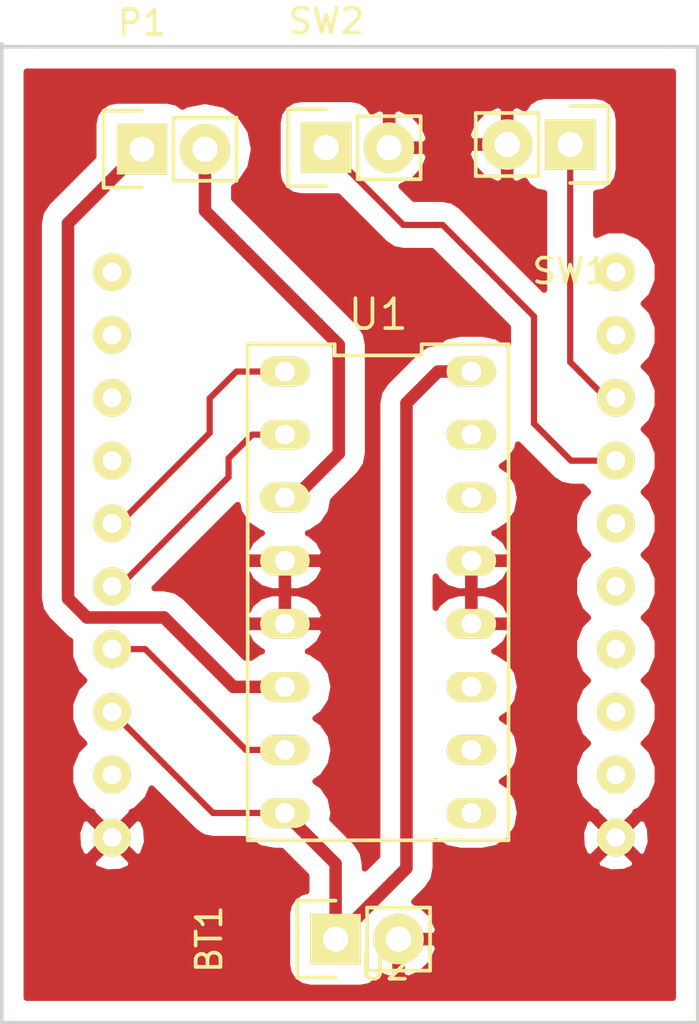
<source format=kicad_pcb>
(kicad_pcb (version 4) (host pcbnew 4.0.2+dfsg1-stable)

  (general
    (links 18)
    (no_connects 0)
    (area 110.414213 76.5155 139.394001 118.058001)
    (thickness 1.6)
    (drawings 11)
    (tracks 44)
    (zones 0)
    (modules 6)
    (nets 27)
  )

  (page A4)
  (layers
    (0 F.Cu signal)
    (31 B.Cu signal)
    (32 B.Adhes user)
    (33 F.Adhes user)
    (34 B.Paste user)
    (35 F.Paste user)
    (36 B.SilkS user)
    (37 F.SilkS user)
    (38 B.Mask user)
    (39 F.Mask user)
    (40 Dwgs.User user)
    (41 Cmts.User user)
    (42 Eco1.User user)
    (43 Eco2.User user)
    (44 Edge.Cuts user)
    (45 Margin user)
    (46 B.CrtYd user)
    (47 F.CrtYd user)
    (48 B.Fab user)
    (49 F.Fab user)
  )

  (setup
    (last_trace_width 0.25)
    (user_trace_width 0.504)
    (trace_clearance 0.2)
    (zone_clearance 0.8)
    (zone_45_only no)
    (trace_min 0.2)
    (segment_width 0.2)
    (edge_width 0.15)
    (via_size 0.6)
    (via_drill 0.4)
    (via_min_size 0.4)
    (via_min_drill 0.3)
    (uvia_size 0.3)
    (uvia_drill 0.1)
    (uvias_allowed no)
    (uvia_min_size 0.2)
    (uvia_min_drill 0.1)
    (pcb_text_width 0.3)
    (pcb_text_size 1.5 1.5)
    (mod_edge_width 0.15)
    (mod_text_size 1 1)
    (mod_text_width 0.15)
    (pad_size 1.524 1.524)
    (pad_drill 0.762)
    (pad_to_mask_clearance 0.2)
    (aux_axis_origin 0 0)
    (visible_elements FFFFFF7F)
    (pcbplotparams
      (layerselection 0x01030_80000001)
      (usegerberextensions false)
      (excludeedgelayer true)
      (linewidth 0.100000)
      (plotframeref false)
      (viasonmask false)
      (mode 1)
      (useauxorigin false)
      (hpglpennumber 1)
      (hpglpenspeed 20)
      (hpglpendiameter 15)
      (hpglpenoverlay 2)
      (psnegative false)
      (psa4output false)
      (plotreference true)
      (plotvalue true)
      (plotinvisibletext false)
      (padsonsilk false)
      (subtractmaskfromsilk false)
      (outputformat 1)
      (mirror false)
      (drillshape 0)
      (scaleselection 1)
      (outputdirectory fabrication/))
  )

  (net 0 "")
  (net 1 "Net-(P1-Pad1)")
  (net 2 "Net-(P1-Pad2)")
  (net 3 "Net-(SW1-Pad1)")
  (net 4 GND)
  (net 5 "Net-(SW2-Pad1)")
  (net 6 "Net-(U1-Pad1)")
  (net 7 "Net-(U1-Pad15)")
  (net 8 "Net-(U1-Pad2)")
  (net 9 "Net-(U1-Pad14)")
  (net 10 "Net-(U1-Pad11)")
  (net 11 "Net-(U1-Pad10)")
  (net 12 "Net-(U1-Pad7)")
  (net 13 "Net-(U1-Pad9)")
  (net 14 +6V)
  (net 15 "Net-(U2-Pad1)")
  (net 16 "Net-(U2-Pad2)")
  (net 17 "Net-(U2-Pad3)")
  (net 18 "Net-(U2-Pad4)")
  (net 19 "Net-(U2-Pad9)")
  (net 20 "Net-(U2-Pad12)")
  (net 21 "Net-(U2-Pad13)")
  (net 22 "Net-(U2-Pad14)")
  (net 23 "Net-(U2-Pad15)")
  (net 24 "Net-(U2-Pad16)")
  (net 25 "Net-(U2-Pad19)")
  (net 26 "Net-(U2-Pad20)")

  (net_class Default "This is the default net class."
    (clearance 0.2)
    (trace_width 0.25)
    (via_dia 0.6)
    (via_drill 0.4)
    (uvia_dia 0.3)
    (uvia_drill 0.1)
    (add_net +6V)
    (add_net GND)
    (add_net "Net-(P1-Pad1)")
    (add_net "Net-(P1-Pad2)")
    (add_net "Net-(SW1-Pad1)")
    (add_net "Net-(SW2-Pad1)")
    (add_net "Net-(U1-Pad1)")
    (add_net "Net-(U1-Pad10)")
    (add_net "Net-(U1-Pad11)")
    (add_net "Net-(U1-Pad14)")
    (add_net "Net-(U1-Pad15)")
    (add_net "Net-(U1-Pad2)")
    (add_net "Net-(U1-Pad7)")
    (add_net "Net-(U1-Pad9)")
    (add_net "Net-(U2-Pad1)")
    (add_net "Net-(U2-Pad12)")
    (add_net "Net-(U2-Pad13)")
    (add_net "Net-(U2-Pad14)")
    (add_net "Net-(U2-Pad15)")
    (add_net "Net-(U2-Pad16)")
    (add_net "Net-(U2-Pad19)")
    (add_net "Net-(U2-Pad2)")
    (add_net "Net-(U2-Pad20)")
    (add_net "Net-(U2-Pad3)")
    (add_net "Net-(U2-Pad4)")
    (add_net "Net-(U2-Pad9)")
  )

  (module Socket_Strips:Socket_Strip_Straight_1x02 (layer F.Cu) (tedit 58AB0509) (tstamp 58ACA919)
    (at 116.9035 82.804)
    (descr "Through hole socket strip")
    (tags "socket strip")
    (path /58AADDD4)
    (fp_text reference P1 (at 0 -5.1) (layer F.SilkS)
      (effects (font (size 1 1) (thickness 0.15)))
    )
    (fp_text value "Motor Connector" (at 0 -3.1) (layer F.Fab) hide
      (effects (font (size 1 1) (thickness 0.15)))
    )
    (fp_line (start -1.55 1.55) (end 0 1.55) (layer F.SilkS) (width 0.15))
    (fp_line (start 3.81 1.27) (end 1.27 1.27) (layer F.SilkS) (width 0.15))
    (fp_line (start -1.75 -1.75) (end -1.75 1.75) (layer F.CrtYd) (width 0.05))
    (fp_line (start 4.3 -1.75) (end 4.3 1.75) (layer F.CrtYd) (width 0.05))
    (fp_line (start -1.75 -1.75) (end 4.3 -1.75) (layer F.CrtYd) (width 0.05))
    (fp_line (start -1.75 1.75) (end 4.3 1.75) (layer F.CrtYd) (width 0.05))
    (fp_line (start 1.27 1.27) (end 1.27 -1.27) (layer F.SilkS) (width 0.15))
    (fp_line (start 0 -1.55) (end -1.55 -1.55) (layer F.SilkS) (width 0.15))
    (fp_line (start -1.55 -1.55) (end -1.55 1.55) (layer F.SilkS) (width 0.15))
    (fp_line (start 1.27 -1.27) (end 3.81 -1.27) (layer F.SilkS) (width 0.15))
    (fp_line (start 3.81 -1.27) (end 3.81 1.27) (layer F.SilkS) (width 0.15))
    (pad 1 thru_hole rect (at 0 0) (size 2.032 2.032) (drill 1.016) (layers *.Cu *.Mask F.SilkS)
      (net 1 "Net-(P1-Pad1)"))
    (pad 2 thru_hole oval (at 2.54 0) (size 2.032 2.032) (drill 1.016) (layers *.Cu *.Mask F.SilkS)
      (net 2 "Net-(P1-Pad2)"))
    (model Socket_Strips.3dshapes/Socket_Strip_Straight_1x02.wrl
      (at (xyz 0.05 0 0))
      (scale (xyz 1 1 1))
      (rotate (xyz 0 0 180))
    )
  )

  (module Socket_Strips:Socket_Strip_Straight_1x02 (layer F.Cu) (tedit 54E9F75E) (tstamp 58ACA91F)
    (at 134.1755 82.6135 180)
    (descr "Through hole socket strip")
    (tags "socket strip")
    (path /58A6383C)
    (fp_text reference SW1 (at 0 -5.1 180) (layer F.SilkS)
      (effects (font (size 1 1) (thickness 0.15)))
    )
    (fp_text value SW_PUSH (at 0 -3.1 180) (layer F.Fab)
      (effects (font (size 1 1) (thickness 0.15)))
    )
    (fp_line (start -1.55 1.55) (end 0 1.55) (layer F.SilkS) (width 0.15))
    (fp_line (start 3.81 1.27) (end 1.27 1.27) (layer F.SilkS) (width 0.15))
    (fp_line (start -1.75 -1.75) (end -1.75 1.75) (layer F.CrtYd) (width 0.05))
    (fp_line (start 4.3 -1.75) (end 4.3 1.75) (layer F.CrtYd) (width 0.05))
    (fp_line (start -1.75 -1.75) (end 4.3 -1.75) (layer F.CrtYd) (width 0.05))
    (fp_line (start -1.75 1.75) (end 4.3 1.75) (layer F.CrtYd) (width 0.05))
    (fp_line (start 1.27 1.27) (end 1.27 -1.27) (layer F.SilkS) (width 0.15))
    (fp_line (start 0 -1.55) (end -1.55 -1.55) (layer F.SilkS) (width 0.15))
    (fp_line (start -1.55 -1.55) (end -1.55 1.55) (layer F.SilkS) (width 0.15))
    (fp_line (start 1.27 -1.27) (end 3.81 -1.27) (layer F.SilkS) (width 0.15))
    (fp_line (start 3.81 -1.27) (end 3.81 1.27) (layer F.SilkS) (width 0.15))
    (pad 1 thru_hole rect (at 0 0 180) (size 2.032 2.032) (drill 1.016) (layers *.Cu *.Mask F.SilkS)
      (net 3 "Net-(SW1-Pad1)"))
    (pad 2 thru_hole oval (at 2.54 0 180) (size 2.032 2.032) (drill 1.016) (layers *.Cu *.Mask F.SilkS)
      (net 4 GND))
    (model Socket_Strips.3dshapes/Socket_Strip_Straight_1x02.wrl
      (at (xyz 0.05 0 0))
      (scale (xyz 1 1 1))
      (rotate (xyz 0 0 180))
    )
  )

  (module Socket_Strips:Socket_Strip_Straight_1x02 (layer F.Cu) (tedit 58AB050D) (tstamp 58ACA925)
    (at 124.333 82.7405)
    (descr "Through hole socket strip")
    (tags "socket strip")
    (path /58A637EF)
    (fp_text reference SW2 (at 0 -5.1) (layer F.SilkS)
      (effects (font (size 1 1) (thickness 0.15)))
    )
    (fp_text value SW_PUSH (at 0 -3.1) (layer F.Fab) hide
      (effects (font (size 1 1) (thickness 0.15)))
    )
    (fp_line (start -1.55 1.55) (end 0 1.55) (layer F.SilkS) (width 0.15))
    (fp_line (start 3.81 1.27) (end 1.27 1.27) (layer F.SilkS) (width 0.15))
    (fp_line (start -1.75 -1.75) (end -1.75 1.75) (layer F.CrtYd) (width 0.05))
    (fp_line (start 4.3 -1.75) (end 4.3 1.75) (layer F.CrtYd) (width 0.05))
    (fp_line (start -1.75 -1.75) (end 4.3 -1.75) (layer F.CrtYd) (width 0.05))
    (fp_line (start -1.75 1.75) (end 4.3 1.75) (layer F.CrtYd) (width 0.05))
    (fp_line (start 1.27 1.27) (end 1.27 -1.27) (layer F.SilkS) (width 0.15))
    (fp_line (start 0 -1.55) (end -1.55 -1.55) (layer F.SilkS) (width 0.15))
    (fp_line (start -1.55 -1.55) (end -1.55 1.55) (layer F.SilkS) (width 0.15))
    (fp_line (start 1.27 -1.27) (end 3.81 -1.27) (layer F.SilkS) (width 0.15))
    (fp_line (start 3.81 -1.27) (end 3.81 1.27) (layer F.SilkS) (width 0.15))
    (pad 1 thru_hole rect (at 0 0) (size 2.032 2.032) (drill 1.016) (layers *.Cu *.Mask F.SilkS)
      (net 5 "Net-(SW2-Pad1)"))
    (pad 2 thru_hole oval (at 2.54 0) (size 2.032 2.032) (drill 1.016) (layers *.Cu *.Mask F.SilkS)
      (net 4 GND))
    (model Socket_Strips.3dshapes/Socket_Strip_Straight_1x02.wrl
      (at (xyz 0.05 0 0))
      (scale (xyz 1 1 1))
      (rotate (xyz 0 0 180))
    )
  )

  (module doorMan:DIP-16_0_ELL (layer F.Cu) (tedit 0) (tstamp 58ACA941)
    (at 126.4285 100.6475 270)
    (path /58A63482)
    (fp_text reference U1 (at -11.19 0 360) (layer F.SilkS)
      (effects (font (size 1.2 1.2) (thickness 0.15)))
    )
    (fp_text value SN754410-_quadHDriver (at 0 0 270) (layer F.Fab)
      (effects (font (size 1.2 1.2) (thickness 0.15)))
    )
    (fp_line (start -9.99 5.259999) (end 9.99 5.26) (layer F.SilkS) (width 0.15))
    (fp_line (start 9.99 5.26) (end 9.99 -5.259999) (layer F.SilkS) (width 0.15))
    (fp_line (start 9.99 -5.259999) (end -9.99 -5.26) (layer F.SilkS) (width 0.15))
    (fp_line (start -9.99 -5.26) (end -9.99 -1.753333) (layer F.SilkS) (width 0.15))
    (fp_line (start -9.99 -1.753333) (end -9.54 -1.753333) (layer F.SilkS) (width 0.15))
    (fp_line (start -9.54 -1.753333) (end -9.54 1.753333) (layer F.SilkS) (width 0.15))
    (fp_line (start -9.54 1.753333) (end -9.99 1.753333) (layer F.SilkS) (width 0.15))
    (fp_line (start -9.99 1.753333) (end -9.99 5.259999) (layer F.SilkS) (width 0.15))
    (pad 16 thru_hole oval (at -8.89 -3.76 270) (size 1.2 2) (drill 0.8) (layers *.Cu *.Mask F.SilkS)
      (net 14 +6V))
    (pad 1 thru_hole oval (at -8.89 3.76 270) (size 1.2 2) (drill 0.8) (layers *.Cu *.Mask F.SilkS)
      (net 6 "Net-(U1-Pad1)"))
    (pad 15 thru_hole oval (at -6.35 -3.76 270) (size 1.2 2) (drill 0.8) (layers *.Cu *.Mask F.SilkS)
      (net 7 "Net-(U1-Pad15)"))
    (pad 2 thru_hole oval (at -6.35 3.76 270) (size 1.2 2) (drill 0.8) (layers *.Cu *.Mask F.SilkS)
      (net 8 "Net-(U1-Pad2)"))
    (pad 14 thru_hole oval (at -3.81 -3.76 270) (size 1.2 2) (drill 0.8) (layers *.Cu *.Mask F.SilkS)
      (net 9 "Net-(U1-Pad14)"))
    (pad 3 thru_hole oval (at -3.81 3.76 270) (size 1.2 2) (drill 0.8) (layers *.Cu *.Mask F.SilkS)
      (net 2 "Net-(P1-Pad2)"))
    (pad 13 thru_hole oval (at -1.27 -3.76 270) (size 1.2 2) (drill 0.8) (layers *.Cu *.Mask F.SilkS)
      (net 4 GND))
    (pad 4 thru_hole oval (at -1.27 3.76 270) (size 1.2 2) (drill 0.8) (layers *.Cu *.Mask F.SilkS)
      (net 4 GND))
    (pad 12 thru_hole oval (at 1.27 -3.76 270) (size 1.2 2) (drill 0.8) (layers *.Cu *.Mask F.SilkS)
      (net 4 GND))
    (pad 5 thru_hole oval (at 1.27 3.76 270) (size 1.2 2) (drill 0.8) (layers *.Cu *.Mask F.SilkS)
      (net 4 GND))
    (pad 11 thru_hole oval (at 3.81 -3.76 270) (size 1.2 2) (drill 0.8) (layers *.Cu *.Mask F.SilkS)
      (net 10 "Net-(U1-Pad11)"))
    (pad 6 thru_hole oval (at 3.81 3.76 270) (size 1.2 2) (drill 0.8) (layers *.Cu *.Mask F.SilkS)
      (net 1 "Net-(P1-Pad1)"))
    (pad 10 thru_hole oval (at 6.35 -3.76 270) (size 1.2 2) (drill 0.8) (layers *.Cu *.Mask F.SilkS)
      (net 11 "Net-(U1-Pad10)"))
    (pad 7 thru_hole oval (at 6.35 3.76 270) (size 1.2 2) (drill 0.8) (layers *.Cu *.Mask F.SilkS)
      (net 12 "Net-(U1-Pad7)"))
    (pad 9 thru_hole oval (at 8.89 -3.76 270) (size 1.2 2) (drill 0.8) (layers *.Cu *.Mask F.SilkS)
      (net 13 "Net-(U1-Pad9)"))
    (pad 8 thru_hole oval (at 8.89 3.76 270) (size 1.2 2) (drill 0.8) (layers *.Cu *.Mask F.SilkS)
      (net 14 +6V))
  )

  (module doorMan:esp8266_socket_2x10 (layer F.Cu) (tedit 58AAFBAF) (tstamp 58ACA959)
    (at 115.697 87.757)
    (path /58A4F61C)
    (fp_text reference U2 (at 11 28) (layer F.SilkS)
      (effects (font (size 1 1) (thickness 0.15)))
    )
    (fp_text value ESP8266_huzzah (at 11 -4) (layer F.Fab) hide
      (effects (font (size 1 1) (thickness 0.15)))
    )
    (pad 1 thru_hole circle (at 0 0) (size 1.524 1.524) (drill 0.762) (layers *.Cu *.Mask F.SilkS)
      (net 15 "Net-(U2-Pad1)"))
    (pad 2 thru_hole circle (at 0 2.53) (size 1.524 1.524) (drill 0.762) (layers *.Cu *.Mask F.SilkS)
      (net 16 "Net-(U2-Pad2)"))
    (pad 3 thru_hole circle (at 0 5.06) (size 1.524 1.524) (drill 0.762) (layers *.Cu *.Mask F.SilkS)
      (net 17 "Net-(U2-Pad3)"))
    (pad 4 thru_hole circle (at 0 7.59) (size 1.524 1.524) (drill 0.762) (layers *.Cu *.Mask F.SilkS)
      (net 18 "Net-(U2-Pad4)"))
    (pad 5 thru_hole circle (at 0 10.12) (size 1.524 1.524) (drill 0.762) (layers *.Cu *.Mask F.SilkS)
      (net 6 "Net-(U1-Pad1)"))
    (pad 6 thru_hole circle (at 0 12.65) (size 1.524 1.524) (drill 0.762) (layers *.Cu *.Mask F.SilkS)
      (net 8 "Net-(U1-Pad2)"))
    (pad 7 thru_hole circle (at 0 15.18) (size 1.524 1.524) (drill 0.762) (layers *.Cu *.Mask F.SilkS)
      (net 12 "Net-(U1-Pad7)"))
    (pad 8 thru_hole circle (at 0 17.71) (size 1.524 1.524) (drill 0.762) (layers *.Cu *.Mask F.SilkS)
      (net 14 +6V))
    (pad 9 thru_hole circle (at 0 20.24) (size 1.524 1.524) (drill 0.762) (layers *.Cu *.Mask F.SilkS)
      (net 19 "Net-(U2-Pad9)"))
    (pad 10 thru_hole circle (at 0 22.77) (size 1.524 1.524) (drill 0.762) (layers *.Cu *.Mask F.SilkS)
      (net 4 GND))
    (pad 11 thru_hole circle (at 20.32 22.77) (size 1.524 1.524) (drill 0.762) (layers *.Cu *.Mask F.SilkS)
      (net 4 GND))
    (pad 12 thru_hole circle (at 20.32 20.24) (size 1.524 1.524) (drill 0.762) (layers *.Cu *.Mask F.SilkS)
      (net 20 "Net-(U2-Pad12)"))
    (pad 13 thru_hole circle (at 20.32 17.71) (size 1.524 1.524) (drill 0.762) (layers *.Cu *.Mask F.SilkS)
      (net 21 "Net-(U2-Pad13)"))
    (pad 14 thru_hole circle (at 20.32 15.18) (size 1.524 1.524) (drill 0.762) (layers *.Cu *.Mask F.SilkS)
      (net 22 "Net-(U2-Pad14)"))
    (pad 15 thru_hole circle (at 20.32 12.65) (size 1.524 1.524) (drill 0.762) (layers *.Cu *.Mask F.SilkS)
      (net 23 "Net-(U2-Pad15)"))
    (pad 16 thru_hole circle (at 20.32 10.12) (size 1.524 1.524) (drill 0.762) (layers *.Cu *.Mask F.SilkS)
      (net 24 "Net-(U2-Pad16)"))
    (pad 17 thru_hole circle (at 20.32 7.59) (size 1.524 1.524) (drill 0.762) (layers *.Cu *.Mask F.SilkS)
      (net 5 "Net-(SW2-Pad1)"))
    (pad 18 thru_hole circle (at 20.32 5.06) (size 1.524 1.524) (drill 0.762) (layers *.Cu *.Mask F.SilkS)
      (net 3 "Net-(SW1-Pad1)"))
    (pad 19 thru_hole circle (at 20.32 2.53) (size 1.524 1.524) (drill 0.762) (layers *.Cu *.Mask F.SilkS)
      (net 25 "Net-(U2-Pad19)"))
    (pad 20 thru_hole circle (at 20.32 0) (size 1.524 1.524) (drill 0.762) (layers *.Cu *.Mask F.SilkS)
      (net 26 "Net-(U2-Pad20)"))
  )

  (module Pin_Headers:Pin_Header_Straight_1x02 (layer F.Cu) (tedit 54EA090C) (tstamp 58AD420F)
    (at 124.714 114.6175 90)
    (descr "Through hole pin header")
    (tags "pin header")
    (path /58AAFCE6)
    (fp_text reference BT1 (at 0 -5.1 90) (layer F.SilkS)
      (effects (font (size 1 1) (thickness 0.15)))
    )
    (fp_text value Battery (at 0 -3.1 90) (layer F.Fab)
      (effects (font (size 1 1) (thickness 0.15)))
    )
    (fp_line (start 1.27 1.27) (end 1.27 3.81) (layer F.SilkS) (width 0.15))
    (fp_line (start 1.55 -1.55) (end 1.55 0) (layer F.SilkS) (width 0.15))
    (fp_line (start -1.75 -1.75) (end -1.75 4.3) (layer F.CrtYd) (width 0.05))
    (fp_line (start 1.75 -1.75) (end 1.75 4.3) (layer F.CrtYd) (width 0.05))
    (fp_line (start -1.75 -1.75) (end 1.75 -1.75) (layer F.CrtYd) (width 0.05))
    (fp_line (start -1.75 4.3) (end 1.75 4.3) (layer F.CrtYd) (width 0.05))
    (fp_line (start 1.27 1.27) (end -1.27 1.27) (layer F.SilkS) (width 0.15))
    (fp_line (start -1.55 0) (end -1.55 -1.55) (layer F.SilkS) (width 0.15))
    (fp_line (start -1.55 -1.55) (end 1.55 -1.55) (layer F.SilkS) (width 0.15))
    (fp_line (start -1.27 1.27) (end -1.27 3.81) (layer F.SilkS) (width 0.15))
    (fp_line (start -1.27 3.81) (end 1.27 3.81) (layer F.SilkS) (width 0.15))
    (pad 1 thru_hole rect (at 0 0 90) (size 2.032 2.032) (drill 1.016) (layers *.Cu *.Mask F.SilkS)
      (net 14 +6V))
    (pad 2 thru_hole oval (at 0 2.54 90) (size 2.032 2.032) (drill 1.016) (layers *.Cu *.Mask F.SilkS)
      (net 4 GND))
    (model Pin_Headers.3dshapes/Pin_Header_Straight_1x02.wrl
      (at (xyz 0 -0.05 0))
      (scale (xyz 1 1 1))
      (rotate (xyz 0 0 90))
    )
  )

  (gr_line (start 112.522 78.6765) (end 111.252 78.6765) (angle 90) (layer Edge.Cuts) (width 0.15))
  (gr_line (start 139.319 78.6765) (end 138.049 78.6765) (angle 90) (layer Edge.Cuts) (width 0.15))
  (gr_line (start 139.319 117.094) (end 139.319 78.6765) (angle 90) (layer Edge.Cuts) (width 0.15))
  (gr_line (start 138.049 117.983) (end 139.319 117.983) (angle 90) (layer Edge.Cuts) (width 0.15))
  (gr_line (start 111.252 117.983) (end 111.252 117.856) (angle 90) (layer Edge.Cuts) (width 0.15))
  (gr_line (start 112.522 117.983) (end 111.252 117.983) (angle 90) (layer Edge.Cuts) (width 0.15))
  (gr_line (start 111.252 117.0305) (end 111.252 117.856) (angle 90) (layer Edge.Cuts) (width 0.15))
  (gr_line (start 139.319 117.9195) (end 139.319 117.094) (angle 90) (layer Edge.Cuts) (width 0.15))
  (gr_line (start 112.522 117.983) (end 138.049 117.983) (angle 90) (layer Edge.Cuts) (width 0.15))
  (gr_line (start 111.252 78.5495) (end 111.252 117.0305) (angle 90) (layer Edge.Cuts) (width 0.15))
  (gr_line (start 112.522 78.6765) (end 138.049 78.6765) (angle 90) (layer Edge.Cuts) (width 0.15))

  (segment (start 122.6685 104.4575) (end 120.5865 104.4575) (width 0.504) (layer F.Cu) (net 1))
  (segment (start 113.919 85.7885) (end 116.9035 82.804) (width 0.504) (layer F.Cu) (net 1) (tstamp 58AD431E))
  (segment (start 113.919 100.9015) (end 113.919 85.7885) (width 0.504) (layer F.Cu) (net 1) (tstamp 58AD431D))
  (segment (start 114.681 101.6635) (end 113.919 100.9015) (width 0.504) (layer F.Cu) (net 1) (tstamp 58AD431C))
  (segment (start 117.7925 101.6635) (end 114.681 101.6635) (width 0.504) (layer F.Cu) (net 1) (tstamp 58AD431A))
  (segment (start 120.5865 104.4575) (end 117.7925 101.6635) (width 0.504) (layer F.Cu) (net 1) (tstamp 58AD4318))
  (segment (start 122.6685 104.4575) (end 122.2375 104.4575) (width 0.25) (layer F.Cu) (net 1))
  (segment (start 122.6685 104.4575) (end 121.8565 104.4575) (width 0.25) (layer F.Cu) (net 1))
  (segment (start 122.6685 96.8375) (end 123.063 96.8375) (width 0.504) (layer F.Cu) (net 2))
  (segment (start 123.063 96.8375) (end 124.841 95.0595) (width 0.504) (layer F.Cu) (net 2) (tstamp 58AD4323))
  (segment (start 119.4435 85.2805) (end 119.4435 82.804) (width 0.504) (layer F.Cu) (net 2) (tstamp 58AD4327))
  (segment (start 124.841 90.678) (end 119.4435 85.2805) (width 0.504) (layer F.Cu) (net 2) (tstamp 58AD4325))
  (segment (start 124.841 95.0595) (end 124.841 90.678) (width 0.504) (layer F.Cu) (net 2) (tstamp 58AD4324))
  (segment (start 122.6685 96.8375) (end 122.9995 96.8375) (width 0.25) (layer F.Cu) (net 2))
  (segment (start 136.017 92.817) (end 135.616 92.817) (width 0.25) (layer F.Cu) (net 3))
  (segment (start 135.616 92.817) (end 134.1755 91.3765) (width 0.25) (layer F.Cu) (net 3) (tstamp 58ACAA2B))
  (segment (start 134.1755 91.3765) (end 134.1755 82.6135) (width 0.25) (layer F.Cu) (net 3) (tstamp 58ACAA2C))
  (segment (start 136.017 95.347) (end 134.209 95.347) (width 0.25) (layer F.Cu) (net 5))
  (segment (start 127.4445 85.852) (end 124.333 82.7405) (width 0.25) (layer F.Cu) (net 5) (tstamp 58ACAA37))
  (segment (start 129.032 85.852) (end 127.4445 85.852) (width 0.25) (layer F.Cu) (net 5) (tstamp 58ACAA35))
  (segment (start 132.715 89.535) (end 129.032 85.852) (width 0.25) (layer F.Cu) (net 5) (tstamp 58ACAA33))
  (segment (start 132.715 93.853) (end 132.715 89.535) (width 0.25) (layer F.Cu) (net 5) (tstamp 58ACAA31))
  (segment (start 134.209 95.347) (end 132.715 93.853) (width 0.25) (layer F.Cu) (net 5) (tstamp 58ACAA30))
  (segment (start 115.697 97.877) (end 115.991 97.877) (width 0.25) (layer F.Cu) (net 6))
  (segment (start 115.991 97.877) (end 119.634 94.234) (width 0.25) (layer F.Cu) (net 6) (tstamp 58ACAA16))
  (segment (start 119.634 94.234) (end 119.634 92.837) (width 0.25) (layer F.Cu) (net 6) (tstamp 58ACAA17))
  (segment (start 119.634 92.837) (end 120.7135 91.7575) (width 0.25) (layer F.Cu) (net 6) (tstamp 58ACAA19))
  (segment (start 120.7135 91.7575) (end 122.6685 91.7575) (width 0.25) (layer F.Cu) (net 6) (tstamp 58ACAA1A))
  (segment (start 115.697 100.407) (end 116.001 100.407) (width 0.25) (layer F.Cu) (net 8))
  (segment (start 116.001 100.407) (end 120.396 96.012) (width 0.25) (layer F.Cu) (net 8) (tstamp 58ACAA1E))
  (segment (start 120.396 96.012) (end 120.396 95.25) (width 0.25) (layer F.Cu) (net 8) (tstamp 58ACAA1F))
  (segment (start 120.396 95.25) (end 121.3485 94.2975) (width 0.25) (layer F.Cu) (net 8) (tstamp 58ACAA21))
  (segment (start 121.3485 94.2975) (end 122.6685 94.2975) (width 0.25) (layer F.Cu) (net 8) (tstamp 58ACAA22))
  (segment (start 115.697 102.937) (end 117.034 102.937) (width 0.25) (layer F.Cu) (net 12))
  (segment (start 121.0945 106.9975) (end 122.6685 106.9975) (width 0.25) (layer F.Cu) (net 12) (tstamp 58ACAA27))
  (segment (start 117.034 102.937) (end 121.0945 106.9975) (width 0.25) (layer F.Cu) (net 12) (tstamp 58ACAA25))
  (segment (start 130.1885 91.7575) (end 128.8415 91.7575) (width 0.504) (layer F.Cu) (net 14))
  (segment (start 127.5715 111.76) (end 124.714 114.6175) (width 0.504) (layer F.Cu) (net 14) (tstamp 58AD435D))
  (segment (start 127.5715 93.0275) (end 127.5715 111.76) (width 0.504) (layer F.Cu) (net 14) (tstamp 58AD435C))
  (segment (start 128.8415 91.7575) (end 127.5715 93.0275) (width 0.504) (layer F.Cu) (net 14) (tstamp 58AD435B))
  (segment (start 124.714 114.6175) (end 124.714 111.583) (width 0.504) (layer F.Cu) (net 14))
  (segment (start 124.714 111.583) (end 122.6685 109.5375) (width 0.504) (layer F.Cu) (net 14) (tstamp 58AD4355))
  (segment (start 122.6685 109.5375) (end 119.7675 109.5375) (width 0.25) (layer F.Cu) (net 14))
  (segment (start 119.7675 109.5375) (end 115.697 105.467) (width 0.25) (layer F.Cu) (net 14) (tstamp 58AD4295))

  (zone (net 4) (net_name GND) (layer F.Cu) (tstamp 58AD4372) (hatch edge 0.508)
    (connect_pads (clearance 0.8))
    (min_thickness 0.254)
    (fill yes (arc_segments 16) (thermal_gap 0.508) (thermal_bridge_width 0.508))
    (polygon
      (pts
        (xy 139.2555 118.0465) (xy 111.252 117.983) (xy 111.252 78.6765) (xy 139.319 78.6765) (xy 139.2555 118.0465)
      )
    )
    (filled_polygon
      (pts
        (xy 138.317 116.981) (xy 112.254 116.981) (xy 112.254 111.507213) (xy 114.896392 111.507213) (xy 114.965857 111.749397)
        (xy 115.489302 111.936144) (xy 116.044368 111.908362) (xy 116.428143 111.749397) (xy 116.497608 111.507213) (xy 115.697 110.706605)
        (xy 114.896392 111.507213) (xy 112.254 111.507213) (xy 112.254 110.319302) (xy 114.287856 110.319302) (xy 114.315638 110.874368)
        (xy 114.474603 111.258143) (xy 114.716787 111.327608) (xy 115.517395 110.527) (xy 115.876605 110.527) (xy 116.677213 111.327608)
        (xy 116.919397 111.258143) (xy 117.106144 110.734698) (xy 117.078362 110.179632) (xy 116.919397 109.795857) (xy 116.677213 109.726392)
        (xy 115.876605 110.527) (xy 115.517395 110.527) (xy 114.716787 109.726392) (xy 114.474603 109.795857) (xy 114.287856 110.319302)
        (xy 112.254 110.319302) (xy 112.254 85.7885) (xy 112.74 85.7885) (xy 112.74 100.9015) (xy 112.829746 101.352684)
        (xy 113.085321 101.735179) (xy 113.847321 102.497179) (xy 114.008289 102.604735) (xy 114.007708 103.271489) (xy 114.264301 103.892491)
        (xy 114.573393 104.202124) (xy 114.265971 104.509009) (xy 114.008294 105.129563) (xy 114.007708 105.801489) (xy 114.264301 106.422491)
        (xy 114.573393 106.732124) (xy 114.265971 107.039009) (xy 114.008294 107.659563) (xy 114.007708 108.331489) (xy 114.264301 108.952491)
        (xy 114.739009 109.428029) (xy 114.91008 109.499064) (xy 114.896392 109.546787) (xy 115.697 110.347395) (xy 116.497608 109.546787)
        (xy 116.483993 109.499321) (xy 116.652491 109.429699) (xy 117.128029 108.954991) (xy 117.295038 108.55279) (xy 119.023623 110.281376)
        (xy 119.341458 110.493746) (xy 119.364917 110.509421) (xy 119.7675 110.5895) (xy 121.132453 110.5895) (xy 121.150996 110.617252)
        (xy 121.64639 110.948264) (xy 122.230748 111.0645) (xy 122.528142 111.0645) (xy 123.535 112.071358) (xy 123.535 112.68701)
        (xy 123.354474 112.720978) (xy 123.038967 112.924001) (xy 122.827304 113.233779) (xy 122.752839 113.6015) (xy 122.752839 115.6335)
        (xy 122.817478 115.977026) (xy 123.020501 116.292533) (xy 123.330279 116.504196) (xy 123.698 116.578661) (xy 125.73 116.578661)
        (xy 126.073526 116.514022) (xy 126.389033 116.310999) (xy 126.54197 116.087169) (xy 126.871056 116.223475) (xy 127.127 116.104336)
        (xy 127.127 114.7445) (xy 127.381 114.7445) (xy 127.381 116.104336) (xy 127.636944 116.223475) (xy 128.118818 116.023885)
        (xy 128.591188 115.585879) (xy 128.859983 115.000446) (xy 128.741367 114.7445) (xy 127.381 114.7445) (xy 127.127 114.7445)
        (xy 127.107 114.7445) (xy 127.107 114.4905) (xy 127.127 114.4905) (xy 127.127 114.4705) (xy 127.381 114.4705)
        (xy 127.381 114.4905) (xy 128.741367 114.4905) (xy 128.859983 114.234554) (xy 128.591188 113.649121) (xy 128.118818 113.211115)
        (xy 127.88471 113.114148) (xy 128.405179 112.593679) (xy 128.660754 112.211184) (xy 128.7505 111.76) (xy 128.7505 111.507213)
        (xy 135.216392 111.507213) (xy 135.285857 111.749397) (xy 135.809302 111.936144) (xy 136.364368 111.908362) (xy 136.748143 111.749397)
        (xy 136.817608 111.507213) (xy 136.017 110.706605) (xy 135.216392 111.507213) (xy 128.7505 111.507213) (xy 128.7505 110.670375)
        (xy 129.16639 110.948264) (xy 129.750748 111.0645) (xy 130.626252 111.0645) (xy 131.21061 110.948264) (xy 131.706004 110.617252)
        (xy 131.905088 110.319302) (xy 134.607856 110.319302) (xy 134.635638 110.874368) (xy 134.794603 111.258143) (xy 135.036787 111.327608)
        (xy 135.837395 110.527) (xy 136.196605 110.527) (xy 136.997213 111.327608) (xy 137.239397 111.258143) (xy 137.426144 110.734698)
        (xy 137.398362 110.179632) (xy 137.239397 109.795857) (xy 136.997213 109.726392) (xy 136.196605 110.527) (xy 135.837395 110.527)
        (xy 135.036787 109.726392) (xy 134.794603 109.795857) (xy 134.607856 110.319302) (xy 131.905088 110.319302) (xy 132.037016 110.121858)
        (xy 132.153252 109.5375) (xy 132.037016 108.953142) (xy 131.706004 108.457748) (xy 131.421278 108.2675) (xy 131.706004 108.077252)
        (xy 132.037016 107.581858) (xy 132.153252 106.9975) (xy 132.037016 106.413142) (xy 131.706004 105.917748) (xy 131.421278 105.7275)
        (xy 131.706004 105.537252) (xy 132.037016 105.041858) (xy 132.153252 104.4575) (xy 132.037016 103.873142) (xy 131.706004 103.377748)
        (xy 131.21061 103.046736) (xy 131.118386 103.028392) (xy 131.178447 103.00989) (xy 131.55158 102.700974) (xy 131.778092 102.272781)
        (xy 131.781962 102.235109) (xy 131.657231 102.0445) (xy 130.3155 102.0445) (xy 130.3155 102.0645) (xy 130.0615 102.0645)
        (xy 130.0615 102.0445) (xy 130.0415 102.0445) (xy 130.0415 101.7905) (xy 130.0615 101.7905) (xy 130.0615 100.6825)
        (xy 130.3155 100.6825) (xy 130.3155 101.7905) (xy 131.657231 101.7905) (xy 131.781962 101.599891) (xy 131.778092 101.562219)
        (xy 131.55158 101.134026) (xy 131.178447 100.82511) (xy 130.7155 100.6825) (xy 130.3155 100.6825) (xy 130.0615 100.6825)
        (xy 129.6615 100.6825) (xy 129.198553 100.82511) (xy 128.82542 101.134026) (xy 128.7505 101.275653) (xy 128.7505 100.019347)
        (xy 128.82542 100.160974) (xy 129.198553 100.46989) (xy 129.6615 100.6125) (xy 130.0615 100.6125) (xy 130.0615 99.5045)
        (xy 130.3155 99.5045) (xy 130.3155 100.6125) (xy 130.7155 100.6125) (xy 131.178447 100.46989) (xy 131.55158 100.160974)
        (xy 131.778092 99.732781) (xy 131.781962 99.695109) (xy 131.657231 99.5045) (xy 130.3155 99.5045) (xy 130.0615 99.5045)
        (xy 130.0415 99.5045) (xy 130.0415 99.2505) (xy 130.0615 99.2505) (xy 130.0615 99.2305) (xy 130.3155 99.2305)
        (xy 130.3155 99.2505) (xy 131.657231 99.2505) (xy 131.781962 99.059891) (xy 131.778092 99.022219) (xy 131.55158 98.594026)
        (xy 131.178447 98.28511) (xy 131.118386 98.266608) (xy 131.21061 98.248264) (xy 131.706004 97.917252) (xy 132.037016 97.421858)
        (xy 132.153252 96.8375) (xy 132.037016 96.253142) (xy 131.706004 95.757748) (xy 131.421278 95.5675) (xy 131.706004 95.377252)
        (xy 132.037016 94.881858) (xy 132.073365 94.699117) (xy 133.465124 96.090876) (xy 133.806417 96.318921) (xy 134.209 96.399)
        (xy 134.680642 96.399) (xy 134.893393 96.612124) (xy 134.585971 96.919009) (xy 134.328294 97.539563) (xy 134.327708 98.211489)
        (xy 134.584301 98.832491) (xy 134.893393 99.142124) (xy 134.585971 99.449009) (xy 134.328294 100.069563) (xy 134.327708 100.741489)
        (xy 134.584301 101.362491) (xy 134.893393 101.672124) (xy 134.585971 101.979009) (xy 134.328294 102.599563) (xy 134.327708 103.271489)
        (xy 134.584301 103.892491) (xy 134.893393 104.202124) (xy 134.585971 104.509009) (xy 134.328294 105.129563) (xy 134.327708 105.801489)
        (xy 134.584301 106.422491) (xy 134.893393 106.732124) (xy 134.585971 107.039009) (xy 134.328294 107.659563) (xy 134.327708 108.331489)
        (xy 134.584301 108.952491) (xy 135.059009 109.428029) (xy 135.23008 109.499064) (xy 135.216392 109.546787) (xy 136.017 110.347395)
        (xy 136.817608 109.546787) (xy 136.803993 109.499321) (xy 136.972491 109.429699) (xy 137.448029 108.954991) (xy 137.705706 108.334437)
        (xy 137.706292 107.662511) (xy 137.449699 107.041509) (xy 137.140607 106.731876) (xy 137.448029 106.424991) (xy 137.705706 105.804437)
        (xy 137.706292 105.132511) (xy 137.449699 104.511509) (xy 137.140607 104.201876) (xy 137.448029 103.894991) (xy 137.705706 103.274437)
        (xy 137.706292 102.602511) (xy 137.449699 101.981509) (xy 137.140607 101.671876) (xy 137.448029 101.364991) (xy 137.705706 100.744437)
        (xy 137.706292 100.072511) (xy 137.449699 99.451509) (xy 137.140607 99.141876) (xy 137.448029 98.834991) (xy 137.705706 98.214437)
        (xy 137.706292 97.542511) (xy 137.449699 96.921509) (xy 137.140607 96.611876) (xy 137.448029 96.304991) (xy 137.705706 95.684437)
        (xy 137.706292 95.012511) (xy 137.449699 94.391509) (xy 137.140607 94.081876) (xy 137.448029 93.774991) (xy 137.705706 93.154437)
        (xy 137.706292 92.482511) (xy 137.449699 91.861509) (xy 137.140607 91.551876) (xy 137.448029 91.244991) (xy 137.705706 90.624437)
        (xy 137.706292 89.952511) (xy 137.449699 89.331509) (xy 137.140607 89.021876) (xy 137.448029 88.714991) (xy 137.705706 88.094437)
        (xy 137.706292 87.422511) (xy 137.449699 86.801509) (xy 136.974991 86.325971) (xy 136.354437 86.068294) (xy 135.682511 86.067708)
        (xy 135.2275 86.255715) (xy 135.2275 84.567887) (xy 135.535026 84.510022) (xy 135.850533 84.306999) (xy 136.062196 83.997221)
        (xy 136.136661 83.6295) (xy 136.136661 81.5975) (xy 136.072022 81.253974) (xy 135.868999 80.938467) (xy 135.559221 80.726804)
        (xy 135.1915 80.652339) (xy 133.1595 80.652339) (xy 132.815974 80.716978) (xy 132.500467 80.920001) (xy 132.339842 81.155082)
        (xy 132.018446 81.007517) (xy 131.7625 81.126133) (xy 131.7625 82.4865) (xy 131.7825 82.4865) (xy 131.7825 82.7405)
        (xy 131.7625 82.7405) (xy 131.7625 84.100867) (xy 132.018446 84.219483) (xy 132.341981 84.070936) (xy 132.482001 84.288533)
        (xy 132.791779 84.500196) (xy 133.1235 84.567371) (xy 133.1235 88.455747) (xy 129.775876 85.108124) (xy 129.434583 84.880079)
        (xy 129.032 84.8) (xy 127.880253 84.8) (xy 127.372994 84.292742) (xy 127.841379 84.077688) (xy 128.279385 83.605318)
        (xy 128.478975 83.123444) (xy 128.419858 82.996444) (xy 130.029525 82.996444) (xy 130.229115 83.478318) (xy 130.667121 83.950688)
        (xy 131.252554 84.219483) (xy 131.5085 84.100867) (xy 131.5085 82.7405) (xy 130.148664 82.7405) (xy 130.029525 82.996444)
        (xy 128.419858 82.996444) (xy 128.359836 82.8675) (xy 127 82.8675) (xy 127 82.8875) (xy 126.746 82.8875)
        (xy 126.746 82.8675) (xy 126.726 82.8675) (xy 126.726 82.6135) (xy 126.746 82.6135) (xy 126.746 81.253133)
        (xy 127 81.253133) (xy 127 82.6135) (xy 128.359836 82.6135) (xy 128.478975 82.357556) (xy 128.426373 82.230556)
        (xy 130.029525 82.230556) (xy 130.148664 82.4865) (xy 131.5085 82.4865) (xy 131.5085 81.126133) (xy 131.252554 81.007517)
        (xy 130.667121 81.276312) (xy 130.229115 81.748682) (xy 130.029525 82.230556) (xy 128.426373 82.230556) (xy 128.279385 81.875682)
        (xy 127.841379 81.403312) (xy 127.255946 81.134517) (xy 127 81.253133) (xy 126.746 81.253133) (xy 126.490054 81.134517)
        (xy 126.166519 81.283064) (xy 126.026499 81.065467) (xy 125.716721 80.853804) (xy 125.349 80.779339) (xy 123.317 80.779339)
        (xy 122.973474 80.843978) (xy 122.657967 81.047001) (xy 122.446304 81.356779) (xy 122.371839 81.7245) (xy 122.371839 83.7565)
        (xy 122.436478 84.100026) (xy 122.639501 84.415533) (xy 122.949279 84.627196) (xy 123.317 84.701661) (xy 124.806409 84.701661)
        (xy 126.700623 86.595876) (xy 127.008375 86.801509) (xy 127.041917 86.823921) (xy 127.4445 86.904) (xy 128.596248 86.904)
        (xy 131.663 89.970753) (xy 131.663 90.649014) (xy 131.21061 90.346736) (xy 130.626252 90.2305) (xy 129.750748 90.2305)
        (xy 129.16639 90.346736) (xy 128.810219 90.584722) (xy 128.390316 90.668246) (xy 128.007821 90.923821) (xy 126.737821 92.193821)
        (xy 126.482246 92.576316) (xy 126.3925 93.0275) (xy 126.3925 111.271642) (xy 125.893 111.771142) (xy 125.893 111.583)
        (xy 125.803254 111.131816) (xy 125.547679 110.749321) (xy 124.583911 109.785553) (xy 124.633252 109.5375) (xy 124.517016 108.953142)
        (xy 124.186004 108.457748) (xy 123.901278 108.2675) (xy 124.186004 108.077252) (xy 124.517016 107.581858) (xy 124.633252 106.9975)
        (xy 124.517016 106.413142) (xy 124.186004 105.917748) (xy 123.901278 105.7275) (xy 124.186004 105.537252) (xy 124.517016 105.041858)
        (xy 124.633252 104.4575) (xy 124.517016 103.873142) (xy 124.186004 103.377748) (xy 123.69061 103.046736) (xy 123.598386 103.028392)
        (xy 123.658447 103.00989) (xy 124.03158 102.700974) (xy 124.258092 102.272781) (xy 124.261962 102.235109) (xy 124.137231 102.0445)
        (xy 122.7955 102.0445) (xy 122.7955 102.0645) (xy 122.5415 102.0645) (xy 122.5415 102.0445) (xy 121.199769 102.0445)
        (xy 121.075038 102.235109) (xy 121.078908 102.272781) (xy 121.30542 102.700974) (xy 121.678553 103.00989) (xy 121.738614 103.028392)
        (xy 121.64639 103.046736) (xy 121.299531 103.2785) (xy 121.074858 103.2785) (xy 119.396249 101.599891) (xy 121.075038 101.599891)
        (xy 121.199769 101.7905) (xy 122.5415 101.7905) (xy 122.5415 100.6825) (xy 122.7955 100.6825) (xy 122.7955 101.7905)
        (xy 124.137231 101.7905) (xy 124.261962 101.599891) (xy 124.258092 101.562219) (xy 124.03158 101.134026) (xy 123.658447 100.82511)
        (xy 123.1955 100.6825) (xy 122.7955 100.6825) (xy 122.5415 100.6825) (xy 122.1415 100.6825) (xy 121.678553 100.82511)
        (xy 121.30542 101.134026) (xy 121.078908 101.562219) (xy 121.075038 101.599891) (xy 119.396249 101.599891) (xy 118.626179 100.829821)
        (xy 118.243684 100.574246) (xy 117.7925 100.4845) (xy 117.411252 100.4845) (xy 118.200643 99.695109) (xy 121.075038 99.695109)
        (xy 121.078908 99.732781) (xy 121.30542 100.160974) (xy 121.678553 100.46989) (xy 122.1415 100.6125) (xy 122.5415 100.6125)
        (xy 122.5415 99.5045) (xy 122.7955 99.5045) (xy 122.7955 100.6125) (xy 123.1955 100.6125) (xy 123.658447 100.46989)
        (xy 124.03158 100.160974) (xy 124.258092 99.732781) (xy 124.261962 99.695109) (xy 124.137231 99.5045) (xy 122.7955 99.5045)
        (xy 122.5415 99.5045) (xy 121.199769 99.5045) (xy 121.075038 99.695109) (xy 118.200643 99.695109) (xy 120.762564 97.133189)
        (xy 120.819984 97.421858) (xy 121.150996 97.917252) (xy 121.64639 98.248264) (xy 121.738614 98.266608) (xy 121.678553 98.28511)
        (xy 121.30542 98.594026) (xy 121.078908 99.022219) (xy 121.075038 99.059891) (xy 121.199769 99.2505) (xy 122.5415 99.2505)
        (xy 122.5415 99.2305) (xy 122.7955 99.2305) (xy 122.7955 99.2505) (xy 124.137231 99.2505) (xy 124.261962 99.059891)
        (xy 124.258092 99.022219) (xy 124.03158 98.594026) (xy 123.658447 98.28511) (xy 123.598386 98.266608) (xy 123.69061 98.248264)
        (xy 124.186004 97.917252) (xy 124.517016 97.421858) (xy 124.60914 96.958718) (xy 125.674679 95.893179) (xy 125.814156 95.684437)
        (xy 125.930254 95.510684) (xy 126.02 95.0595) (xy 126.02 90.678) (xy 125.930254 90.226816) (xy 125.674679 89.844321)
        (xy 120.6225 84.792142) (xy 120.6225 84.333577) (xy 120.855474 84.177908) (xy 121.276664 83.547554) (xy 121.424566 82.804)
        (xy 121.276664 82.060446) (xy 120.855474 81.430092) (xy 120.22512 81.008902) (xy 119.481566 80.861) (xy 119.405434 80.861)
        (xy 118.66188 81.008902) (xy 118.540236 81.090182) (xy 118.287221 80.917304) (xy 117.9195 80.842839) (xy 115.8875 80.842839)
        (xy 115.543974 80.907478) (xy 115.228467 81.110501) (xy 115.016804 81.420279) (xy 114.942339 81.788) (xy 114.942339 83.097803)
        (xy 113.085321 84.954821) (xy 112.829746 85.337316) (xy 112.74 85.7885) (xy 112.254 85.7885) (xy 112.254 79.6785)
        (xy 138.317 79.6785)
      )
    )
  )
)

</source>
